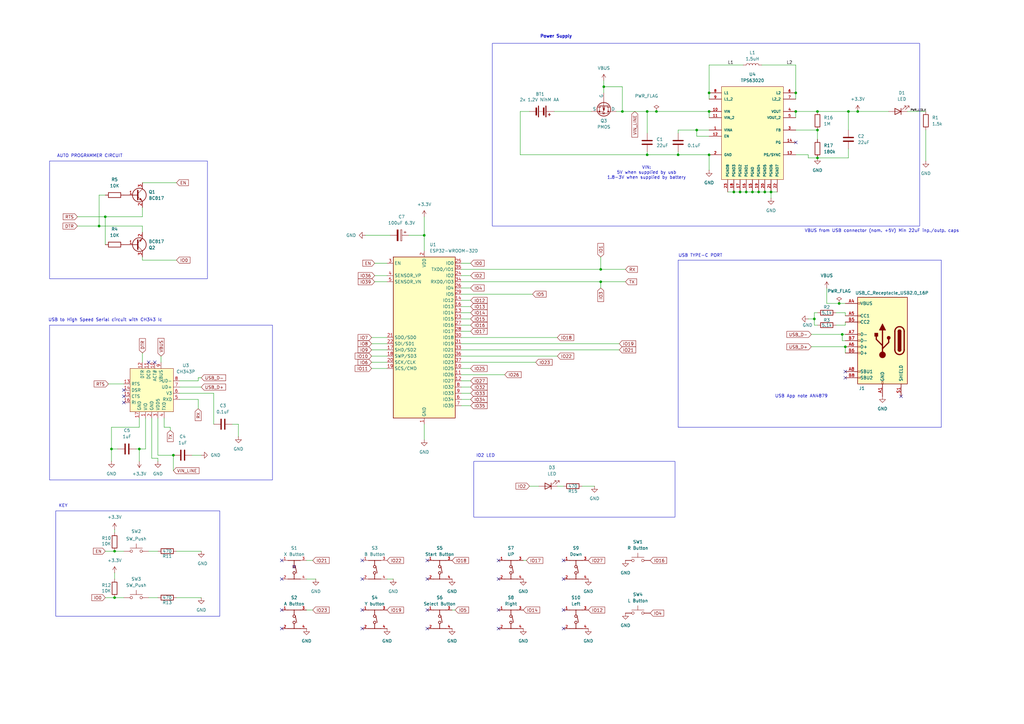
<source format=kicad_sch>
(kicad_sch (version 20231120) (generator "eeschema") (generator_version "8.0")
  (paper "A3")
  (lib_symbols
    (symbol "3.7*3.7mm vertical type, SMT, height 0.35mm:430173003816" (pin_names (offset 1.016))
      (property "Reference" "S" (at 0 5.842 0))
      (symbol "430173003816_0_0"
        (pin passive line (at -5.08 5.08 0) (length 2.54) (name "~") (number "1"))
        (pin passive line (at -5.08 -2.54 0) (length 2.54) (name "~") (number "2"))
        (pin passive line (at 5.08 5.08 180) (length 2.54) (name "~") (number "3"))
        (pin passive line (at 5.08 -2.54 180) (length 2.54) (name "~") (number "4"))
      )
    )
    (symbol "Connector:USB_C_Receptacle_USB2.0_16P" (pin_names (offset 1.016))
      (property "Reference" "J" (at 0 22.225 0))
      (property "Value" "USB_C_Receptacle_USB2.0_16P" (at 0 19.685 0))
      (symbol "USB_C_Receptacle_USB2.0_16P_1_1"
        (pin passive line (at 0 -22.86 90) (length 5.08) (name "GND") (number "A1"))
        (pin passive line (at 0 -22.86 90) (length 5.08) hide (name "GND") (number "A12"))
        (pin passive line (at 15.24 15.24 180) (length 5.08) (name "VBUS") (number "A4"))
        (pin bidirectional line (at 15.24 10.16 180) (length 5.08) (name "CC1") (number "A5"))
        (pin bidirectional line (at 15.24 -2.54 180) (length 5.08) (name "D+") (number "A6"))
        (pin bidirectional line (at 15.24 2.54 180) (length 5.08) (name "D-") (number "A7"))
        (pin bidirectional line (at 15.24 -12.7 180) (length 5.08) (name "SBU1") (number "A8"))
        (pin passive line (at 15.24 15.24 180) (length 5.08) hide (name "VBUS") (number "A9"))
        (pin passive line (at 0 -22.86 90) (length 5.08) hide (name "GND") (number "B1"))
        (pin passive line (at 0 -22.86 90) (length 5.08) hide (name "GND") (number "B12"))
        (pin passive line (at 15.24 15.24 180) (length 5.08) hide (name "VBUS") (number "B4"))
        (pin bidirectional line (at 15.24 7.62 180) (length 5.08) (name "CC2") (number "B5"))
        (pin bidirectional line (at 15.24 -5.08 180) (length 5.08) (name "D+") (number "B6"))
        (pin bidirectional line (at 15.24 0 180) (length 5.08) (name "D-") (number "B7"))
        (pin bidirectional line (at 15.24 -15.24 180) (length 5.08) (name "SBU2") (number "B8"))
        (pin passive line (at 15.24 15.24 180) (length 5.08) hide (name "VBUS") (number "B9"))
        (pin passive line (at -7.62 -22.86 90) (length 5.08) (name "SHIELD") (number "S1"))
      )
    )
    (symbol "Device:Battery" (pin_numbers hide) (pin_names (offset 0) hide)
      (property "Reference" "BT" (at 2.54 2.54 0))
      (property "Value" "Battery" (at 2.54 0 0))
      (symbol "Battery_1_1"
        (pin passive line (at 0 5.08 270) (length 2.54) (name "+") (number "1"))
        (pin passive line (at 0 -5.08 90) (length 2.54) (name "-") (number "2"))
      )
    )
    (symbol "Device:C" (pin_numbers hide) (pin_names (offset 0.254))
      (property "Reference" "C" (at 0.635 2.54 0))
      (property "Value" "C" (at 0.635 -2.54 0))
      (symbol "C_1_1"
        (pin passive line (at 0 3.81 270) (length 2.794) (name "~") (number "1"))
        (pin passive line (at 0 -3.81 90) (length 2.794) (name "~") (number "2"))
      )
    )
    (symbol "Device:C_Polarized" (pin_numbers hide) (pin_names (offset 0.254))
      (property "Reference" "C" (at 0.635 2.54 0))
      (property "Value" "C_Polarized" (at 0.635 -2.54 0))
      (symbol "C_Polarized_1_1"
        (pin passive line (at 0 3.81 270) (length 2.794) (name "~") (number "1"))
        (pin passive line (at 0 -3.81 90) (length 2.794) (name "~") (number "2"))
      )
    )
    (symbol "Device:L" (pin_numbers hide) (pin_names (offset 1.016) hide)
      (property "Reference" "L" (at -1.27 0 90))
      (property "Value" "L" (at 1.905 0 90))
      (symbol "L_1_1"
        (pin passive line (at 0 3.81 270) (length 1.27) (name "1") (number "1"))
        (pin passive line (at 0 -3.81 90) (length 1.27) (name "2") (number "2"))
      )
    )
    (symbol "Device:LED" (pin_numbers hide) (pin_names (offset 1.016) hide)
      (property "Reference" "D" (at 0 2.54 0))
      (property "Value" "LED" (at 0 -2.54 0))
      (symbol "LED_1_1"
        (pin passive line (at -3.81 0 0) (length 2.54) (name "K") (number "1"))
        (pin passive line (at 3.81 0 180) (length 2.54) (name "A") (number "2"))
      )
    )
    (symbol "Device:R" (pin_numbers hide) (pin_names (offset 0))
      (property "Reference" "R" (at 2.032 0 90))
      (property "Value" "R" (at 0 0 90))
      (symbol "R_1_1"
        (pin passive line (at 0 3.81 270) (length 1.27) (name "~") (number "1"))
        (pin passive line (at 0 -3.81 90) (length 1.27) (name "~") (number "2"))
      )
    )
    (symbol "RF_Module:ESP32-WROOM-32D"
      (property "Reference" "U" (at -12.7 34.29 0))
      (property "Value" "ESP32-WROOM-32D" (at 1.27 34.29 0))
      (symbol "ESP32-WROOM-32D_1_1"
        (pin power_in line (at 0 -35.56 90) (length 2.54) (name "GND") (number "1"))
        (pin bidirectional line (at 15.24 -12.7 180) (length 2.54) (name "IO25") (number "10"))
        (pin bidirectional line (at 15.24 -15.24 180) (length 2.54) (name "IO26") (number "11"))
        (pin bidirectional line (at 15.24 -17.78 180) (length 2.54) (name "IO27") (number "12"))
        (pin bidirectional line (at 15.24 10.16 180) (length 2.54) (name "IO14") (number "13"))
        (pin bidirectional line (at 15.24 15.24 180) (length 2.54) (name "IO12") (number "14"))
        (pin passive line (at 0 -35.56 90) (length 2.54) hide (name "GND") (number "15"))
        (pin bidirectional line (at 15.24 12.7 180) (length 2.54) (name "IO13") (number "16"))
        (pin bidirectional line (at -15.24 -5.08 0) (length 2.54) (name "SHD/SD2") (number "17"))
        (pin bidirectional line (at -15.24 -7.62 0) (length 2.54) (name "SWP/SD3") (number "18"))
        (pin bidirectional line (at -15.24 -12.7 0) (length 2.54) (name "SCS/CMD") (number "19"))
        (pin power_in line (at 0 35.56 270) (length 2.54) (name "VDD") (number "2"))
        (pin bidirectional line (at -15.24 -10.16 0) (length 2.54) (name "SCK/CLK") (number "20"))
        (pin bidirectional line (at -15.24 0 0) (length 2.54) (name "SDO/SD0") (number "21"))
        (pin bidirectional line (at -15.24 -2.54 0) (length 2.54) (name "SDI/SD1") (number "22"))
        (pin bidirectional line (at 15.24 7.62 180) (length 2.54) (name "IO15") (number "23"))
        (pin bidirectional line (at 15.24 25.4 180) (length 2.54) (name "IO2") (number "24"))
        (pin bidirectional line (at 15.24 30.48 180) (length 2.54) (name "IO0") (number "25"))
        (pin bidirectional line (at 15.24 20.32 180) (length 2.54) (name "IO4") (number "26"))
        (pin bidirectional line (at 15.24 5.08 180) (length 2.54) (name "IO16") (number "27"))
        (pin bidirectional line (at 15.24 2.54 180) (length 2.54) (name "IO17") (number "28"))
        (pin bidirectional line (at 15.24 17.78 180) (length 2.54) (name "IO5") (number "29"))
        (pin input line (at -15.24 30.48 0) (length 2.54) (name "EN") (number "3"))
        (pin bidirectional line (at 15.24 0 180) (length 2.54) (name "IO18") (number "30"))
        (pin bidirectional line (at 15.24 -2.54 180) (length 2.54) (name "IO19") (number "31"))
        (pin no_connect line (at -12.7 -27.94 0) (length 2.54) hide (name "NC") (number "32"))
        (pin bidirectional line (at 15.24 -5.08 180) (length 2.54) (name "IO21") (number "33"))
        (pin bidirectional line (at 15.24 22.86 180) (length 2.54) (name "RXD0/IO3") (number "34"))
        (pin bidirectional line (at 15.24 27.94 180) (length 2.54) (name "TXD0/IO1") (number "35"))
        (pin bidirectional line (at 15.24 -7.62 180) (length 2.54) (name "IO22") (number "36"))
        (pin bidirectional line (at 15.24 -10.16 180) (length 2.54) (name "IO23") (number "37"))
        (pin passive line (at 0 -35.56 90) (length 2.54) hide (name "GND") (number "38"))
        (pin passive line (at 0 -35.56 90) (length 2.54) hide (name "GND") (number "39"))
        (pin input line (at -15.24 25.4 0) (length 2.54) (name "SENSOR_VP") (number "4"))
        (pin input line (at -15.24 22.86 0) (length 2.54) (name "SENSOR_VN") (number "5"))
        (pin input line (at 15.24 -25.4 180) (length 2.54) (name "IO34") (number "6"))
        (pin input line (at 15.24 -27.94 180) (length 2.54) (name "IO35") (number "7"))
        (pin bidirectional line (at 15.24 -20.32 180) (length 2.54) (name "IO32") (number "8"))
        (pin bidirectional line (at 15.24 -22.86 180) (length 2.54) (name "IO33") (number "9"))
      )
    )
    (symbol "Simulation_SPICE:PMOS" (pin_numbers hide) (pin_names (offset 0))
      (property "Reference" "Q3" (at 6.35 0 90))
      (property "Value" "PMOS" (at 8.89 0 90))
      (symbol "PMOS_1_1"
        (pin input line (at -5.08 0 0) (length 2.54) (name "G") (number "1"))
        (pin passive line (at 2.54 -5.08 90) (length 2.54) (name "S") (number "2"))
        (pin passive line (at 2.54 5.08 270) (length 2.54) (name "D") (number "3"))
      )
    )
    (symbol "Switch:SW_Push" (pin_numbers hide) (pin_names (offset 1.016) hide)
      (property "Reference" "SW" (at 1.27 2.54 0))
      (property "Value" "SW_Push" (at 0 -1.524 0))
      (symbol "SW_Push_0_1"
        (pin passive line (at -5.08 0 0) (length 2.54) (name "1") (number "1"))
        (pin passive line (at 5.08 0 180) (length 2.54) (name "2") (number "2"))
      )
    )
    (symbol "TPS63020:TPS63020" (pin_names (offset 1.016))
      (property "Reference" "U" (at -4.7272 4.1173 0))
      (property "Value" "TPS63020" (at -5.5991 -1.0435 0))
      (symbol "TPS63020_0_0"
        (pin bidirectional line (at -17.78 2.54 0) (length 5.08) (name "VINA") (number "1"))
        (pin bidirectional line (at -17.78 10.16 0) (length 5.08) (name "VIN") (number "10"))
        (pin bidirectional line (at -17.78 7.62 0) (length 5.08) (name "VIN_2") (number "11"))
        (pin bidirectional line (at -17.78 0 0) (length 5.08) (name "EN") (number "12"))
        (pin bidirectional line (at 17.78 -7.62 180) (length 5.08) (name "PS/SYNC") (number "13"))
        (pin bidirectional line (at 17.78 -2.54 180) (length 5.08) (name "PG") (number "14"))
        (pin bidirectional line (at 0 -22.86 90) (length 5.08) (name "PGND") (number "15"))
        (pin bidirectional line (at -2.54 -22.86 90) (length 5.08) (name "PGND1") (number "16"))
        (pin bidirectional line (at -5.08 -22.86 90) (length 5.08) (name "PGND2") (number "17"))
        (pin bidirectional line (at -7.62 -22.86 90) (length 5.08) (name "PGND3") (number "18"))
        (pin bidirectional line (at 2.54 -22.86 90) (length 5.08) (name "PGND4") (number "19"))
        (pin bidirectional line (at -17.78 -7.62 0) (length 5.08) (name "GND") (number "2"))
        (pin bidirectional line (at 5.08 -22.86 90) (length 5.08) (name "PGND5") (number "20"))
        (pin bidirectional line (at 7.62 -22.86 90) (length 5.08) (name "PGND6") (number "21"))
        (pin bidirectional line (at 10.16 -22.86 90) (length 5.08) (name "PGND7") (number "22"))
        (pin bidirectional line (at -10.16 -22.86 90) (length 5.08) (name "PGND8") (number "23"))
        (pin bidirectional line (at 17.78 2.54 180) (length 5.08) (name "FB") (number "3"))
        (pin bidirectional line (at 17.78 10.16 180) (length 5.08) (name "VOUT") (number "4"))
        (pin bidirectional line (at 17.78 7.62 180) (length 5.08) (name "VOUT_2") (number "5"))
        (pin bidirectional line (at 17.78 17.78 180) (length 5.08) (name "L2") (number "6"))
        (pin bidirectional line (at 17.78 15.24 180) (length 5.08) (name "L2_2") (number "7"))
        (pin bidirectional line (at -17.78 17.78 0) (length 5.08) (name "L1") (number "8"))
        (pin bidirectional line (at -17.78 15.24 0) (length 5.08) (name "L1_2") (number "9"))
      )
    )
    (symbol "Transistor_BJT:BC817" (pin_names (offset 0) hide)
      (property "Reference" "Q" (at 5.08 1.905 0))
      (property "Value" "BC817" (at 5.08 0 0))
      (symbol "BC817_1_1"
        (pin input line (at -5.08 0 0) (length 5.715) (name "B") (number "1"))
        (pin passive line (at 2.54 -5.08 90) (length 2.54) (name "E") (number "2"))
        (pin passive line (at 2.54 5.08 270) (length 2.54) (name "C") (number "3"))
      )
    )
    (symbol "power:+3.3V" (power) (pin_numbers hide) (pin_names (offset 0) hide)
      (property "Value" "+3.3V" (at 0 3.556 0))
      (symbol "+3.3V_1_1"
        (pin power_in line (at 0 0 90) (length 0) (name "~") (number "1"))
      )
    )
    (symbol "power:GND" (power) (pin_numbers hide) (pin_names (offset 0) hide)
      (property "Value" "GND" (at 0 -3.81 0))
      (symbol "GND_1_1"
        (pin power_in line (at 0 0 270) (length 0) (name "~") (number "1"))
      )
    )
    (symbol "power:PWR_FLAG" (power) (pin_numbers hide) (pin_names (offset 0) hide)
      (property "Value" "PWR_FLAG" (at 0 3.81 0))
      (symbol "PWR_FLAG_0_0"
        (pin power_out line (at 0 0 90) (length 0) (name "~") (number "1"))
      )
    )
    (symbol "power:VBUS" (power) (pin_numbers hide) (pin_names (offset 0) hide)
      (property "Value" "VBUS" (at 0 3.556 0))
      (symbol "VBUS_1_1"
        (pin power_in line (at 0 0 90) (length 0) (name "~") (number "1"))
      )
    )
    (symbol "power:VCC" (power) (pin_numbers hide) (pin_names (offset 0) hide)
      (property "Value" "VCC" (at 0 3.556 0))
      (symbol "VCC_1_1"
        (pin power_in line (at 0 0 90) (length 0) (name "~") (number "1"))
      )
    )
    (symbol "wch_mcu_peripheral:CH343P"
      (property "Reference" "U" (at 3.81 -19.05 0))
      (property "Value" "CH343P" (at -1.27 -19.05 0))
      (symbol "CH343P_1_1"
        (pin passive line (at -2.54 -11.43 90) (length 2.54) (name "VIO") (number "1"))
        (pin passive line (at 1.27 11.43 270) (length 2.54) (name "ACT#") (number "10"))
        (pin passive line (at -1.27 11.43 270) (length 2.54) (name "DCD") (number "11"))
        (pin passive line (at -3.81 11.43 270) (length 2.54) (name "DTR") (number "12"))
        (pin passive line (at -11.43 2.54 0) (length 2.54) (name "RTS") (number "13"))
        (pin passive line (at -11.43 0 0) (length 2.54) (name "DSR") (number "14"))
        (pin passive line (at -11.43 -2.54 0) (length 2.54) (name "CTS") (number "15"))
        (pin passive line (at -11.43 -5.08 0) (length 2.54) (name "RI") (number "16"))
        (pin power_in line (at -5.08 -11.43 90) (length 2.54) (name "GND") (number "17"))
        (pin power_in line (at 0 -11.43 90) (length 2.54) (name "GND") (number "2"))
        (pin power_in line (at 2.54 -11.43 90) (length 2.54) (name "VDD5") (number "3"))
        (pin output line (at 5.08 -11.43 90) (length 2.54) (name "TXD") (number "4"))
        (pin input line (at 11.43 -3.81 180) (length 2.54) (name "RXD") (number "5"))
        (pin passive line (at 11.43 -1.27 180) (length 2.54) (name "V3") (number "6"))
        (pin bidirectional line (at 11.43 1.27 180) (length 2.54) (name "UD+") (number "7"))
        (pin bidirectional line (at 11.43 3.81 180) (length 2.54) (name "UD-") (number "8"))
        (pin power_in line (at 3.81 11.43 270) (length 2.54) (name "VBUS") (number "9"))
      )
    )
  )
  (junction (at 246.38 110.49))
  (junction (at 351.79 45.72))
  (junction (at 278.13 63.5))
  (junction (at 265.43 45.72))
  (junction (at 71.12 186.69))
  (junction (at 303.53 78.74))
  (junction (at 269.24 45.72))
  (junction (at 345.44 137.16))
  (junction (at 57.15 184.15))
  (junction (at 335.28 64.77))
  (junction (at 326.39 45.72))
  (junction (at 46.99 226.06))
  (junction (at 265.43 63.5))
  (junction (at 43.18 88.9))
  (junction (at 45.72 184.15))
  (junction (at 306.07 78.74))
  (junction (at 335.28 45.72))
  (junction (at 308.61 78.74))
  (junction (at 285.75 53.34))
  (junction (at 347.98 45.72))
  (junction (at 290.83 63.5))
  (junction (at 173.99 96.52))
  (junction (at 346.71 142.24))
  (junction (at 246.38 115.57))
  (junction (at 313.69 78.74))
  (junction (at 334.01 130.81))
  (junction (at 46.99 245.11))
  (junction (at 326.39 38.1))
  (junction (at 311.15 78.74))
  (junction (at 316.23 78.74))
  (junction (at 300.99 78.74))
  (junction (at 335.28 53.34))
  (junction (at 290.83 38.1))
  (junction (at 247.65 35.56))
  (junction (at 290.83 45.72))
  (junction (at 40.64 92.71))
  (junction (at 344.17 124.46))
  (junction (at 255.27 45.72))
  (no_connect (at 50.8 165.1))
  (no_connect (at 148.59 237.49))
  (no_connect (at 60.96 148.59))
  (no_connect (at 175.26 250.19))
  (no_connect (at 231.14 237.49))
  (no_connect (at 204.47 237.49))
  (no_connect (at 120.65 232.41))
  (no_connect (at 204.47 229.87))
  (no_connect (at 346.71 152.4))
  (no_connect (at 231.14 257.81))
  (no_connect (at 231.14 229.87))
  (no_connect (at 50.8 162.56))
  (no_connect (at 148.59 229.87))
  (no_connect (at 175.26 229.87))
  (no_connect (at 231.14 250.19))
  (no_connect (at 346.71 154.94))
  (no_connect (at 204.47 250.19))
  (no_connect (at 148.59 257.81))
  (no_connect (at 148.59 250.19))
  (no_connect (at 50.8 160.02))
  (no_connect (at 115.57 237.49))
  (no_connect (at 326.39 58.42))
  (no_connect (at 175.26 257.81))
  (no_connect (at 369.57 162.56))
  (no_connect (at 115.57 229.87))
  (no_connect (at 204.47 257.81))
  (no_connect (at 115.57 250.19))
  (no_connect (at 175.26 237.49))
  (no_connect (at 63.5 148.59))
  (no_connect (at 115.57 257.81))
  (wire (pts (xy 255.27 45.72) (xy 265.43 45.72)))
  (wire (pts (xy 326.39 26.67) (xy 326.39 38.1)))
  (wire (pts (xy 326.39 45.72) (xy 335.28 45.72)))
  (wire (pts (xy 213.36 63.5) (xy 265.43 63.5)))
  (wire (pts (xy 57.15 175.26) (xy 57.15 171.45)))
  (wire (pts (xy 335.28 53.34) (xy 335.28 57.15)))
  (wire (pts (xy 298.45 78.74) (xy 300.99 78.74)))
  (wire (pts (xy 31.75 92.71) (xy 40.64 92.71)))
  (wire (pts (xy 342.9 133.35) (xy 346.71 133.35)))
  (wire (pts (xy 152.4 138.43) (xy 158.75 138.43)))
  (wire (pts (xy 58.42 74.93) (xy 72.39 74.93)))
  (wire (pts (xy 45.72 184.15) (xy 48.26 184.15)))
  (wire (pts (xy 331.47 130.81) (xy 334.01 130.81)))
  (wire (pts (xy 173.99 173.99) (xy 173.99 180.34)))
  (wire (pts (xy 189.23 158.75) (xy 193.04 158.75)))
  (wire (pts (xy 81.28 154.94) (xy 82.55 154.94)))
  (wire (pts (xy 334.01 128.27) (xy 335.28 128.27)))
  (wire (pts (xy 189.23 140.97) (xy 254 140.97)))
  (wire (pts (xy 71.12 186.69) (xy 64.77 186.69)))
  (wire (pts (xy 335.28 45.72) (xy 347.98 45.72)))
  (wire (pts (xy 189.23 113.03) (xy 193.04 113.03)))
  (wire (pts (xy 189.23 151.13) (xy 193.04 151.13)))
  (wire (pts (xy 247.65 35.56) (xy 255.27 35.56)))
  (wire (pts (xy 55.88 184.15) (xy 57.15 184.15)))
  (wire (pts (xy 58.42 95.25) (xy 58.42 92.71)))
  (wire (pts (xy 278.13 62.23) (xy 278.13 63.5)))
  (wire (pts (xy 95.25 173.99) (xy 97.79 173.99)))
  (wire (pts (xy 129.54 237.49) (xy 125.73 237.49)))
  (wire (pts (xy 189.23 163.83) (xy 193.04 163.83)))
  (wire (pts (xy 152.4 151.13) (xy 158.75 151.13)))
  (wire (pts (xy 189.23 125.73) (xy 193.04 125.73)))
  (wire (pts (xy 311.15 78.74) (xy 313.69 78.74)))
  (wire (pts (xy 45.72 184.15) (xy 45.72 189.23)))
  (wire (pts (xy 64.77 187.96) (xy 62.23 187.96)))
  (wire (pts (xy 46.99 245.11) (xy 50.8 245.11)))
  (wire (pts (xy 246.38 115.57) (xy 256.54 115.57)))
  (wire (pts (xy 326.39 38.1) (xy 326.39 40.64)))
  (wire (pts (xy 173.99 96.52) (xy 173.99 102.87)))
  (wire (pts (xy 303.53 78.74) (xy 306.07 78.74)))
  (wire (pts (xy 45.72 175.26) (xy 45.72 184.15)))
  (wire (pts (xy 290.83 63.5) (xy 290.83 69.85)))
  (wire (pts (xy 43.18 226.06) (xy 46.99 226.06)))
  (wire (pts (xy 306.07 78.74) (xy 308.61 78.74)))
  (wire (pts (xy 252.73 45.72) (xy 255.27 45.72)))
  (wire (pts (xy 331.47 64.77) (xy 335.28 64.77)))
  (wire (pts (xy 43.18 245.11) (xy 46.99 245.11)))
  (wire (pts (xy 189.23 143.51) (xy 254 143.51)))
  (wire (pts (xy 81.28 156.21) (xy 73.66 156.21)))
  (wire (pts (xy 58.42 144.78) (xy 58.42 148.59)))
  (wire (pts (xy 326.39 63.5) (xy 331.47 63.5)))
  (wire (pts (xy 316.23 78.74) (xy 318.77 78.74)))
  (wire (pts (xy 339.09 118.11) (xy 339.09 124.46)))
  (wire (pts (xy 290.83 38.1) (xy 290.83 40.64)))
  (wire (pts (xy 213.36 45.72) (xy 217.17 45.72)))
  (wire (pts (xy 167.64 96.52) (xy 173.99 96.52)))
  (wire (pts (xy 45.72 175.26) (xy 57.15 175.26)))
  (wire (pts (xy 313.69 78.74) (xy 316.23 78.74)))
  (wire (pts (xy 189.23 161.29) (xy 193.04 161.29)))
  (wire (pts (xy 153.67 107.95) (xy 158.75 107.95)))
  (wire (pts (xy 189.23 166.37) (xy 193.04 166.37)))
  (wire (pts (xy 346.71 128.27) (xy 346.71 129.54)))
  (wire (pts (xy 246.38 105.41) (xy 246.38 110.49)))
  (wire (pts (xy 189.23 110.49) (xy 246.38 110.49)))
  (wire (pts (xy 334.01 128.27) (xy 334.01 130.81)))
  (wire (pts (xy 344.17 124.46) (xy 346.71 124.46)))
  (wire (pts (xy 189.23 123.19) (xy 193.04 123.19)))
  (wire (pts (xy 342.9 128.27) (xy 346.71 128.27)))
  (wire (pts (xy 64.77 245.11) (xy 60.96 245.11)))
  (wire (pts (xy 186.69 250.19) (xy 185.42 250.19)))
  (wire (pts (xy 57.15 184.15) (xy 59.69 184.15)))
  (wire (pts (xy 189.23 138.43) (xy 228.6 138.43)))
  (wire (pts (xy 339.09 124.46) (xy 344.17 124.46)))
  (wire (pts (xy 72.39 226.06) (xy 82.55 226.06)))
  (wire (pts (xy 58.42 105.41) (xy 58.42 106.68)))
  (wire (pts (xy 347.98 53.34) (xy 347.98 45.72)))
  (wire (pts (xy 189.23 115.57) (xy 246.38 115.57)))
  (wire (pts (xy 59.69 171.45) (xy 59.69 184.15)))
  (wire (pts (xy 149.86 96.52) (xy 160.02 96.52)))
  (wire (pts (xy 290.83 45.72) (xy 290.83 48.26)))
  (wire (pts (xy 285.75 53.34) (xy 278.13 53.34)))
  (wire (pts (xy 87.63 161.29) (xy 87.63 173.99)))
  (wire (pts (xy 308.61 78.74) (xy 311.15 78.74)))
  (wire (pts (xy 69.85 175.26) (xy 67.31 175.26)))
  (wire (pts (xy 285.75 55.88) (xy 290.83 55.88)))
  (wire (pts (xy 81.28 154.94) (xy 81.28 156.21)))
  (wire (pts (xy 285.75 53.34) (xy 285.75 55.88)))
  (wire (pts (xy 351.79 45.72) (xy 364.49 45.72)))
  (wire (pts (xy 69.85 175.26) (xy 69.85 176.53)))
  (wire (pts (xy 189.23 133.35) (xy 193.04 133.35)))
  (wire (pts (xy 316.23 78.74) (xy 316.23 81.28)))
  (wire (pts (xy 345.44 137.16) (xy 346.71 137.16)))
  (wire (pts (xy 300.99 78.74) (xy 303.53 78.74)))
  (wire (pts (xy 269.24 45.72) (xy 290.83 45.72)))
  (wire (pts (xy 64.77 226.06) (xy 60.96 226.06)))
  (wire (pts (xy 72.39 245.11) (xy 82.55 245.11)))
  (wire (pts (xy 57.15 184.15) (xy 57.15 189.23)))
  (wire (pts (xy 173.99 88.9) (xy 173.99 96.52)))
  (wire (pts (xy 46.99 234.95) (xy 46.99 237.49)))
  (wire (pts (xy 158.75 237.49) (xy 161.29 237.49)))
  (wire (pts (xy 189.23 118.11) (xy 193.04 118.11)))
  (wire (pts (xy 66.04 146.05) (xy 66.04 148.59)))
  (wire (pts (xy 265.43 45.72) (xy 269.24 45.72)))
  (wire (pts (xy 332.74 142.24) (xy 346.71 142.24)))
  (wire (pts (xy 326.39 45.72) (xy 326.39 48.26)))
  (wire (pts (xy 64.77 171.45) (xy 64.77 186.69)))
  (wire (pts (xy 31.75 88.9) (xy 43.18 88.9)))
  (wire (pts (xy 43.18 80.01) (xy 40.64 80.01)))
  (wire (pts (xy 215.9 229.87) (xy 214.63 229.87)))
  (wire (pts (xy 347.98 45.72) (xy 351.79 45.72)))
  (wire (pts (xy 67.31 175.26) (xy 67.31 171.45)))
  (wire (pts (xy 346.71 133.35) (xy 346.71 132.08)))
  (wire (pts (xy 152.4 148.59) (xy 158.75 148.59)))
  (wire (pts (xy 278.13 53.34) (xy 278.13 54.61)))
  (wire (pts (xy 153.67 113.03) (xy 158.75 113.03)))
  (wire (pts (xy 347.98 64.77) (xy 335.28 64.77)))
  (wire (pts (xy 231.14 199.39) (xy 228.6 199.39)))
  (wire (pts (xy 247.65 33.02) (xy 247.65 35.56)))
  (wire (pts (xy 346.71 139.7) (xy 345.44 139.7)))
  (wire (pts (xy 152.4 143.51) (xy 158.75 143.51)))
  (wire (pts (xy 331.47 63.5) (xy 331.47 64.77)))
  (wire (pts (xy 189.23 128.27) (xy 193.04 128.27)))
  (wire (pts (xy 189.23 135.89) (xy 193.04 135.89)))
  (wire (pts (xy 152.4 146.05) (xy 158.75 146.05)))
  (wire (pts (xy 189.23 130.81) (xy 193.04 130.81)))
  (wire (pts (xy 243.84 199.39) (xy 238.76 199.39)))
  (wire (pts (xy 43.18 88.9) (xy 43.18 100.33)))
  (wire (pts (xy 40.64 80.01) (xy 40.64 92.71)))
  (wire (pts (xy 64.77 187.96) (xy 64.77 189.23)))
  (wire (pts (xy 265.43 62.23) (xy 265.43 63.5)))
  (wire (pts (xy 189.23 153.67) (xy 207.01 153.67)))
  (wire (pts (xy 379.73 53.34) (xy 379.73 66.04)))
  (wire (pts (xy 290.83 26.67) (xy 304.8 26.67)))
  (wire (pts (xy 345.44 137.16) (xy 345.44 139.7)))
  (wire (pts (xy 189.23 148.59) (xy 219.71 148.59)))
  (wire (pts (xy 152.4 140.97) (xy 158.75 140.97)))
  (wire (pts (xy 46.99 217.17) (xy 46.99 218.44)))
  (wire (pts (xy 40.64 92.71) (xy 58.42 92.71)))
  (wire (pts (xy 153.67 115.57) (xy 158.75 115.57)))
  (wire (pts (xy 290.83 38.1) (xy 290.83 26.67)))
  (wire (pts (xy 290.83 53.34) (xy 285.75 53.34)))
  (wire (pts (xy 46.99 226.06) (xy 50.8 226.06)))
  (wire (pts (xy 58.42 85.09) (xy 58.42 88.9)))
  (wire (pts (xy 227.33 45.72) (xy 242.57 45.72)))
  (wire (pts (xy 189.23 107.95) (xy 193.04 107.95)))
  (wire (pts (xy 189.23 120.65) (xy 218.44 120.65)))
  (wire (pts (xy 97.79 173.99) (xy 97.79 179.07)))
  (wire (pts (xy 71.12 186.69) (xy 71.12 193.04)))
  (wire (pts (xy 189.23 146.05) (xy 228.6 146.05)))
  (wire (pts (xy 312.42 26.67) (xy 326.39 26.67)))
  (wire (pts (xy 347.98 60.96) (xy 347.98 64.77)))
  (wire (pts (xy 265.43 63.5) (xy 278.13 63.5)))
  (wire (pts (xy 334.01 130.81) (xy 334.01 133.35)))
  (wire (pts (xy 255.27 35.56) (xy 255.27 45.72)))
  (wire (pts (xy 246.38 110.49) (xy 256.54 110.49)))
  (wire (pts (xy 58.42 106.68) (xy 72.39 106.68)))
  (wire (pts (xy 246.38 115.57) (xy 246.38 118.11)))
  (wire (pts (xy 247.65 35.56) (xy 247.65 38.1)))
  (wire (pts (xy 213.36 45.72) (xy 213.36 63.5)))
  (wire (pts (xy 346.71 142.24) (xy 346.71 144.78)))
  (wire (pts (xy 73.66 161.29) (xy 87.63 161.29)))
  (wire (pts (xy 43.18 88.9) (xy 58.42 88.9)))
  (wire (pts (xy 81.28 163.83) (xy 81.28 167.64)))
  (wire (pts (xy 326.39 53.34) (xy 335.28 53.34)))
  (wire (pts (xy 125.73 229.87) (xy 128.27 229.87)))
  (wire (pts (xy 78.74 186.69) (xy 82.55 186.69)))
  (wire (pts (xy 332.74 137.16) (xy 345.44 137.16)))
  (wire (pts (xy 334.01 133.35) (xy 335.28 133.35)))
  (wire (pts (xy 189.23 156.21) (xy 193.04 156.21)))
  (wire (pts (xy 125.73 250.19) (xy 128.27 250.19)))
  (wire (pts (xy 372.11 45.72) (xy 379.73 45.72)))
  (wire (pts (xy 81.28 163.83) (xy 73.66 163.83)))
  (wire (pts (xy 217.17 199.39) (xy 220.98 199.39)))
  (wire (pts (xy 265.43 54.61) (xy 265.43 45.72)))
  (wire (pts (xy 62.23 187.96) (xy 62.23 171.45)))
  (wire (pts (xy 73.66 158.75) (xy 82.55 158.75)))
  (wire (pts (xy 44.45 157.48) (xy 50.8 157.48)))
  (wire (pts (xy 278.13 63.5) (xy 290.83 63.5)))
  (rectangle (start 20.32 133.35) (end 111.76 196.85))
  (rectangle (start 201.93 17.78) (end 377.19 92.71))
  (rectangle (start 278.13 106.68) (end 386.08 175.26))
  (rectangle (start 194.31 189.23) (end 276.86 212.09))
  (rectangle (start 20.32 66.04) (end 85.09 114.3))
  (rectangle (start 22.86 209.55) (end 90.17 252.73))
  (text "KEY\n" (at 25.908 207.518 0) (effects (font (size 1.27 1.27))))
  (text "IO2 LED\n" (at 199.136 186.944 0) (effects (font (size 1.27 1.27))))
  (text "USB to High Speed Serial circuit with CH343 Ic\n" (at 43.18 131.318 0) (effects (font (size 1.27 1.27))))
  (text "AUTO PROGRAMMER CIRCUIT\n" (at 36.83 64.008 0) (effects (font (size 1.27 1.27))))
  (text "VIN:\n5V when supplied by usb\n1.8-3V when supplied by battery" (at 265.176 70.866 0) (effects (font (size 1.27 1.27))))
  (text "VBUS from USB connector (nom. +5V) Min 22uF inp./outp. caps" (at 361.696 94.742 0) (effects (font (size 1.27 1.27))))
  (text "USB App note AN4879" (at 328.676 162.56 0) (effects (font (size 1.27 1.27))))
  (text "Power Supply\n" (at 228.092 14.986 0) (effects (font (size 1.27 1.27) (thickness 0.254) (bold yes))))
  (text "USB TYPE-C PORT\n" (at 287.274 104.902 0) (effects (font (size 1.27 1.27))))
  (label "L1" (at 298.45 26.67 0))
  (label "PWR_LED_K" (at 373.38 45.72 0) (effects (font (size 0.762 0.762))))
  (label "L2" (at 322.58 26.67 0))
  (global_label "RX" (shape input) (at 256.54 110.49 0) (property "Intersheetrefs" "${INTERSHEET_REFS}" (effects (hide yes))))
  (global_label "IO27" (shape input) (at 193.04 156.21 0) (property "Intersheetrefs" "${INTERSHEET_REFS}" (effects (hide yes))))
  (global_label "IO5" (shape input) (at 218.44 120.65 0) (property "Intersheetrefs" "${INTERSHEET_REFS}" (effects (hide yes))))
  (global_label "EN" (shape input) (at 72.39 74.93 0) (property "Intersheetrefs" "${INTERSHEET_REFS}" (effects (hide yes))))
  (global_label "IO0" (shape input) (at 72.39 106.68 0) (property "Intersheetrefs" "${INTERSHEET_REFS}" (effects (hide yes))))
  (global_label "RX" (shape input) (at 81.28 167.64 270) (property "Intersheetrefs" "${INTERSHEET_REFS}" (effects (hide yes))))
  (global_label "EN" (shape input) (at 43.18 226.06 180) (property "Intersheetrefs" "${INTERSHEET_REFS}" (effects (hide yes))))
  (global_label "RTS" (shape input) (at 31.75 88.9 180) (property "Intersheetrefs" "${INTERSHEET_REFS}" (effects (hide yes))))
  (global_label "IO7" (shape input) (at 152.4 138.43 180) (property "Intersheetrefs" "${INTERSHEET_REFS}" (effects (hide yes))))
  (global_label "IO18" (shape input) (at 228.6 138.43 0) (property "Intersheetrefs" "${INTERSHEET_REFS}" (effects (hide yes))))
  (global_label "IO19" (shape input) (at 158.75 250.19 0) (property "Intersheetrefs" "${INTERSHEET_REFS}" (effects (hide yes))))
  (global_label "VIN_LINE" (shape input) (at 71.12 193.04 0) (property "Intersheetrefs" "${INTERSHEET_REFS}" (effects (hide yes))))
  (global_label "IO17" (shape input) (at 215.9 229.87 0) (property "Intersheetrefs" "${INTERSHEET_REFS}" (effects (hide yes))))
  (global_label "DTR" (shape input) (at 58.42 144.78 90) (property "Intersheetrefs" "${INTERSHEET_REFS}" (effects (hide yes))))
  (global_label "IO26" (shape input) (at 207.01 153.67 0) (property "Intersheetrefs" "${INTERSHEET_REFS}" (effects (hide yes))))
  (global_label "IO23" (shape input) (at 128.27 250.19 0) (property "Intersheetrefs" "${INTERSHEET_REFS}" (effects (hide yes))))
  (global_label "VIN_LINE" (shape input) (at 260.35 45.72 270) (property "Intersheetrefs" "${INTERSHEET_REFS}" (effects (hide yes))))
  (global_label "VBUS" (shape input) (at 66.04 146.05 90) (property "Intersheetrefs" "${INTERSHEET_REFS}" (effects (hide yes))))
  (global_label "IO33" (shape input) (at 193.04 161.29 0) (property "Intersheetrefs" "${INTERSHEET_REFS}" (effects (hide yes))))
  (global_label "TX" (shape input) (at 256.54 115.57 0) (property "Intersheetrefs" "${INTERSHEET_REFS}" (effects (hide yes))))
  (global_label "IO21" (shape input) (at 128.27 229.87 0) (property "Intersheetrefs" "${INTERSHEET_REFS}" (effects (hide yes))))
  (global_label "IO0" (shape input) (at 43.18 245.11 180) (property "Intersheetrefs" "${INTERSHEET_REFS}" (effects (hide yes))))
  (global_label "IO8" (shape input) (at 152.4 140.97 180) (property "Intersheetrefs" "${INTERSHEET_REFS}" (effects (hide yes))))
  (global_label "IO2" (shape input) (at 217.17 199.39 180) (property "Intersheetrefs" "${INTERSHEET_REFS}" (effects (hide yes))))
  (global_label "EN" (shape input) (at 153.67 107.95 180) (property "Intersheetrefs" "${INTERSHEET_REFS}" (effects (hide yes))))
  (global_label "IO27" (shape input) (at 241.3 229.87 0) (property "Intersheetrefs" "${INTERSHEET_REFS}" (effects (hide yes))))
  (global_label "IO11" (shape input) (at 152.4 151.13 180) (property "Intersheetrefs" "${INTERSHEET_REFS}" (effects (hide yes))))
  (global_label "IO25" (shape input) (at 193.04 151.13 0) (property "Intersheetrefs" "${INTERSHEET_REFS}" (effects (hide yes))))
  (global_label "TX" (shape input) (at 69.85 176.53 270) (property "Intersheetrefs" "${INTERSHEET_REFS}" (effects (hide yes))))
  (global_label "IO9" (shape input) (at 152.4 143.51 180) (property "Intersheetrefs" "${INTERSHEET_REFS}" (effects (hide yes))))
  (global_label "IO1" (shape input) (at 246.38 105.41 90) (property "Intersheetrefs" "${INTERSHEET_REFS}" (effects (hide yes))))
  (global_label "IO36" (shape input) (at 153.67 113.03 180) (property "Intersheetrefs" "${INTERSHEET_REFS}" (effects (hide yes))))
  (global_label "IO35" (shape input) (at 193.04 166.37 0) (property "Intersheetrefs" "${INTERSHEET_REFS}" (effects (hide yes))))
  (global_label "IO22" (shape input) (at 158.75 229.87 0) (property "Intersheetrefs" "${INTERSHEET_REFS}" (effects (hide yes))))
  (global_label "IO34" (shape input) (at 193.04 163.83 0) (property "Intersheetrefs" "${INTERSHEET_REFS}" (effects (hide yes))))
  (global_label "IO4" (shape input) (at 193.04 118.11 0) (property "Intersheetrefs" "${INTERSHEET_REFS}" (effects (hide yes))))
  (global_label "IO32" (shape input) (at 193.04 158.75 0) (property "Intersheetrefs" "${INTERSHEET_REFS}" (effects (hide yes))))
  (global_label "DTR" (shape input) (at 31.75 92.71 180) (property "Intersheetrefs" "${INTERSHEET_REFS}" (effects (hide yes))))
  (global_label "IO13" (shape input) (at 193.04 125.73 0) (property "Intersheetrefs" "${INTERSHEET_REFS}" (effects (hide yes))))
  (global_label "IO18" (shape input) (at 185.42 229.87 0) (property "Intersheetrefs" "${INTERSHEET_REFS}" (effects (hide yes))))
  (global_label "IO19" (shape input) (at 254 140.97 0) (property "Intersheetrefs" "${INTERSHEET_REFS}" (effects (hide yes))))
  (global_label "USB_D-" (shape input) (at 332.74 137.16 180) (property "Intersheetrefs" "${INTERSHEET_REFS}" (effects (hide yes))))
  (global_label "IO3" (shape input) (at 246.38 118.11 270) (property "Intersheetrefs" "${INTERSHEET_REFS}" (effects (hide yes))))
  (global_label "IO0" (shape input) (at 193.04 107.95 0) (property "Intersheetrefs" "${INTERSHEET_REFS}" (effects (hide yes))))
  (global_label "USB_D+" (shape input) (at 332.74 142.24 180) (property "Intersheetrefs" "${INTERSHEET_REFS}" (effects (hide yes))))
  (global_label "IO14" (shape input) (at 214.63 250.19 0) (property "Intersheetrefs" "${INTERSHEET_REFS}" (effects (hide yes))))
  (global_label "IO21" (shape input) (at 254 143.51 0) (property "Intersheetrefs" "${INTERSHEET_REFS}" (effects (hide yes))))
  (global_label "RTS" (shape input) (at 44.45 157.48 180) (property "Intersheetrefs" "${INTERSHEET_REFS}" (effects (hide yes))))
  (global_label "IO22" (shape input) (at 228.6 146.05 0) (property "Intersheetrefs" "${INTERSHEET_REFS}" (effects (hide yes))))
  (global_label "USB_D-" (shape input) (at 82.55 154.94 0) (property "Intersheetrefs" "${INTERSHEET_REFS}" (effects (hide yes))))
  (global_label "IO4" (shape input) (at 266.7 251.46 0) (property "Intersheetrefs" "${INTERSHEET_REFS}" (effects (hide yes))))
  (global_label "IO12" (shape input) (at 241.3 250.19 0) (property "Intersheetrefs" "${INTERSHEET_REFS}" (effects (hide yes))))
  (global_label "IO2" (shape input) (at 193.04 113.03 0) (property "Intersheetrefs" "${INTERSHEET_REFS}" (effects (hide yes))))
  (global_label "IO16" (shape input) (at 266.7 229.87 0) (property "Intersheetrefs" "${INTERSHEET_REFS}" (effects (hide yes))))
  (global_label "IO16" (shape input) (at 193.04 133.35 0) (property "Intersheetrefs" "${INTERSHEET_REFS}" (effects (hide yes))))
  (global_label "IO15" (shape input) (at 193.04 130.81 0) (property "Intersheetrefs" "${INTERSHEET_REFS}" (effects (hide yes))))
  (global_label "IO23" (shape input) (at 219.71 148.59 0) (property "Intersheetrefs" "${INTERSHEET_REFS}" (effects (hide yes))))
  (global_label "IO14" (shape input) (at 193.04 128.27 0) (property "Intersheetrefs" "${INTERSHEET_REFS}" (effects (hide yes))))
  (global_label "IO17" (shape input) (at 193.04 135.89 0) (property "Intersheetrefs" "${INTERSHEET_REFS}" (effects (hide yes))))
  (global_label "IO6" (shape input) (at 152.4 148.59 180) (property "Intersheetrefs" "${INTERSHEET_REFS}" (effects (hide yes))))
  (global_label "IO39" (shape input) (at 153.67 115.57 180) (property "Intersheetrefs" "${INTERSHEET_REFS}" (effects (hide yes))))
  (global_label "IO5" (shape input) (at 186.69 250.19 0) (property "Intersheetrefs" "${INTERSHEET_REFS}" (effects (hide yes))))
  (global_label "IO12" (shape input) (at 193.04 123.19 0) (property "Intersheetrefs" "${INTERSHEET_REFS}" (effects (hide yes))))
  (global_label "USB_D+" (shape input) (at 82.55 158.75 0) (property "Intersheetrefs" "${INTERSHEET_REFS}" (effects (hide yes))))
  (global_label "IO10" (shape input) (at 152.4 146.05 180) (property "Intersheetrefs" "${INTERSHEET_REFS}" (effects (hide yes))))
  (symbol (lib_id "Device:R") (at 46.99 100.33 90) (unit 1)
    (property "Reference" "R4" (at 46.99 93.98 90))
    (property "Value" "10K" (at 46.99 96.52 90))
    (property "Footprint" "Resistor_SMD:R_0402_1005Metric" (effects (hide yes)))
    (property "Description" "Resistor" (effects (hide yes)))
  )
  (symbol (lib_id "power:GND") (at 129.54 237.49 0) (unit 1)
    (property "Reference" "#PWR01" (effects (hide yes)))
    (property "Value" "GND" (at 129.54 242.57 0))
    (property "Description" "Power symbol creates a global label with name \"GND\" , ground" (effects (hide yes)))
  )
  (symbol (lib_id "3.7*3.7mm vertical type, SMT, height 0.35mm:430173003816") (at 236.22 255.27 0) (unit 1)
    (property "Reference" "S10" (at 236.22 245.11 0))
    (property "Value" "Left" (at 236.22 247.65 0))
    (property "Footprint" "footprints:430173003816" (effects (hide yes)))
    (property "MF" "Wurth Elektronik" (effects (hide yes)))
    (property "Description_1" "3.7*3.7mm vertical type, SMT, height 0.35mm, no actuator, 160gf, T&R" (effects (hide yes)))
    (property "Package" "None" (effects (hide yes)))
    (property "Price" "None" (effects (hide yes)))
    (property "VALUE" "430173003816" (effects (hide yes)))
    (property "HEIGHT" "0.35mm" (effects (hide yes)))
    (property "SnapEDA_Link" "https://www.snapeda.com/parts/430173003816/Wurth+Elektronik/view-part/?ref=snap" (effects (hide yes)))
    (property "DATASHEET-URL" "https://www.we-online.com/redexpert/spec/430173003816?ae" (effects (hide yes)))
    (property "MP" "430173003816" (effects (hide yes)))
    (property "PART-NUMBER" "430173003816" (effects (hide yes)))
    (property "OPERATION-FORCE" "160g" (effects (hide yes)))
    (property "QTY" "10000" (effects (hide yes)))
    (property "Availability" "In Stock" (effects (hide yes)))
    (property "Check_prices" "https://www.snapeda.com/parts/430173003816/Wurth+Elektronik/view-part/?ref=eda" (effects (hide yes)))
  )
  (symbol (lib_id "3.7*3.7mm vertical type, SMT, height 0.35mm:430173003816") (at 236.22 234.95 0) (unit 1)
    (property "Reference" "S9" (at 236.22 224.79 0))
    (property "Value" "Down" (at 236.22 227.33 0))
    (property "Footprint" "footprints:430173003816" (effects (hide yes)))
    (property "MF" "Wurth Elektronik" (effects (hide yes)))
    (property "Description_1" "3.7*3.7mm vertical type, SMT, height 0.35mm, no actuator, 160gf, T&R" (effects (hide yes)))
    (property "Package" "None" (effects (hide yes)))
    (property "Price" "None" (effects (hide yes)))
    (property "VALUE" "430173003816" (effects (hide yes)))
    (property "HEIGHT" "0.35mm" (effects (hide yes)))
    (property "SnapEDA_Link" "https://www.snapeda.com/parts/430173003816/Wurth+Elektronik/view-part/?ref=snap" (effects (hide yes)))
    (property "DATASHEET-URL" "https://www.we-online.com/redexpert/spec/430173003816?ae" (effects (hide yes)))
    (property "MP" "430173003816" (effects (hide yes)))
    (property "PART-NUMBER" "430173003816" (effects (hide yes)))
    (property "OPERATION-FORCE" "160g" (effects (hide yes)))
    (property "QTY" "10000" (effects (hide yes)))
    (property "Availability" "In Stock" (effects (hide yes)))
    (property "Check_prices" "https://www.snapeda.com/parts/430173003816/Wurth+Elektronik/view-part/?ref=eda" (effects (hide yes)))
  )
  (symbol (lib_id "power:VBUS") (at 247.65 33.02 0) (unit 1)
    (property "Reference" "#PWR034" (effects (hide yes)))
    (property "Value" "VBUS" (at 247.65 27.94 0))
    (property "Description" "Power symbol creates a global label with name \"VBUS\"" (effects (hide yes)))
  )
  (symbol (lib_id "power:GND") (at 331.47 130.81 270) (unit 1)
    (property "Reference" "#PWR04" (effects (hide yes)))
    (property "Value" "GND" (at 333.248 133.35 90) (effects (justify right)))
    (property "Description" "Power symbol creates a global label with name \"GND\" , ground" (effects (hide yes)))
  )
  (symbol (lib_id "Transistor_BJT:BC817") (at 55.88 100.33 0) (mirror x) (unit 1)
    (property "Reference" "Q2" (at 60.96 101.6001 0) (effects (justify left)))
    (property "Value" "BC817" (at 60.96 99.0601 0) (effects (justify left)))
    (property "Footprint" "Package_TO_SOT_SMD:SOT-23" (effects (hide yes)))
    (property "Datasheet" "https://www.onsemi.com/pub/Collateral/BC818-D.pdf" (effects (hide yes)))
    (property "Description" "0.8A Ic, 45V Vce, NPN Transistor, SOT-23" (effects (hide yes)))
  )
  (symbol (lib_id "power:GND") (at 335.28 64.77 0) (unit 1)
    (property "Reference" "#PWR038" (effects (hide yes)))
    (property "Value" "GND" (at 335.28 69.85 0))
    (property "Description" "Power symbol creates a global label with name \"GND\" , ground" (effects (hide yes)))
  )
  (symbol (lib_id "Device:Battery") (at 222.25 45.72 270) (unit 1)
    (property "Reference" "BT1" (at 221.488 38.608 90))
    (property "Value" "2x 1.2V NihM AA" (at 221.234 40.894 90))
    (property "Footprint" "Connector_PinSocket_2.54mm:PinSocket_1x02_P2.54mm_Vertical" (effects (hide yes)))
    (property "Description" "Multiple-cell battery" (effects (hide yes)))
  )
  (symbol (lib_id "power:GND") (at 82.55 226.06 0) (unit 1)
    (property "Reference" "#PWR029" (effects (hide yes)))
    (property "Value" "GND" (at 83.058 231.14 0))
    (property "Description" "Power symbol creates a global label with name \"GND\" , ground" (effects (hide yes)))
  )
  (symbol (lib_id "3.7*3.7mm vertical type, SMT, height 0.35mm:430173003816") (at 209.55 234.95 0) (unit 1)
    (property "Reference" "S7" (at 209.55 224.79 0))
    (property "Value" "UP" (at 209.55 227.33 0))
    (property "Footprint" "footprints:430173003816" (effects (hide yes)))
    (property "MF" "Wurth Elektronik" (effects (hide yes)))
    (property "Description_1" "3.7*3.7mm vertical type, SMT, height 0.35mm, no actuator, 160gf, T&R" (effects (hide yes)))
    (property "Package" "None" (effects (hide yes)))
    (property "Price" "None" (effects (hide yes)))
    (property "VALUE" "430173003816" (effects (hide yes)))
    (property "HEIGHT" "0.35mm" (effects (hide yes)))
    (property "SnapEDA_Link" "https://www.snapeda.com/parts/430173003816/Wurth+Elektronik/view-part/?ref=snap" (effects (hide yes)))
    (property "DATASHEET-URL" "https://www.we-online.com/redexpert/spec/430173003816?ae" (effects (hide yes)))
    (property "MP" "430173003816" (effects (hide yes)))
    (property "PART-NUMBER" "430173003816" (effects (hide yes)))
    (property "OPERATION-FORCE" "160g" (effects (hide yes)))
    (property "QTY" "10000" (effects (hide yes)))
    (property "Availability" "In Stock" (effects (hide yes)))
    (property "Check_prices" "https://www.snapeda.com/parts/430173003816/Wurth+Elektronik/view-part/?ref=eda" (effects (hide yes)))
  )
  (symbol (lib_id "Device:C") (at 347.98 57.15 0) (unit 1)
    (property "Reference" "C2" (at 351.79 55.8799 0) (effects (justify left)))
    (property "Value" "22uF" (at 351.79 58.4199 0) (effects (justify left)))
    (property "Footprint" "Capacitor_SMD:C_0805_2012Metric" (effects (hide yes)))
    (property "Description" "Unpolarized capacitor" (effects (hide yes)))
  )
  (symbol (lib_id "Device:C") (at 278.13 58.42 180) (unit 1)
    (property "Reference" "C10" (effects (hide yes)))
    (property "Value" "0.1uF" (at 281.94 59.6899 0) (effects (justify right)))
    (property "Footprint" "Capacitor_SMD:C_0402_1005Metric" (effects (hide yes)))
    (property "Description" "Unpolarized capacitor" (effects (hide yes)))
  )
  (symbol (lib_id "Device:R") (at 46.99 222.25 180) (unit 1)
    (property "Reference" "R10" (at 41.656 220.726 0) (effects (justify right)))
    (property "Value" "10K" (at 41.656 223.012 0) (effects (justify right)))
    (property "Footprint" "Resistor_SMD:R_0402_1005Metric" (effects (hide yes)))
    (property "Description" "Resistor" (effects (hide yes)))
  )
  (symbol (lib_id "power:GND") (at 185.42 257.81 0) (unit 1)
    (property "Reference" "#PWR014" (effects (hide yes)))
    (property "Value" "GND" (at 185.42 262.89 0))
    (property "Description" "Power symbol creates a global label with name \"GND\" , ground" (effects (hide yes)))
  )
  (symbol (lib_id "Device:C") (at 74.93 186.69 90) (unit 1)
    (property "Reference" "C4" (at 74.93 179.07 90))
    (property "Value" "1uF" (at 74.93 181.61 90))
    (property "Footprint" "Capacitor_SMD:C_0402_1005Metric" (effects (hide yes)))
    (property "Description" "Unpolarized capacitor" (effects (hide yes)))
  )
  (symbol (lib_id "Device:R") (at 335.28 49.53 0) (unit 1)
    (property "Reference" "R16" (at 337.82 48.2599 0) (effects (justify left)))
    (property "Value" "1M" (at 337.82 50.7999 0) (effects (justify left)))
    (property "Footprint" "Resistor_SMD:R_0402_1005Metric" (effects (hide yes)))
    (property "Description" "Resistor" (effects (hide yes)))
  )
  (symbol (lib_id "power:GND") (at 125.73 257.81 0) (unit 1)
    (property "Reference" "#PWR02" (effects (hide yes)))
    (property "Value" "GND" (at 125.73 262.89 0))
    (property "Description" "Power symbol creates a global label with name \"GND\" , ground" (effects (hide yes)))
  )
  (symbol (lib_id "Device:R") (at 68.58 245.11 90) (unit 1)
    (property "Reference" "R13" (at 68.58 247.142 90))
    (property "Value" "470" (at 68.58 245.11 90))
    (property "Footprint" "Resistor_SMD:R_0402_1005Metric" (effects (hide yes)))
    (property "Description" "Resistor" (effects (hide yes)))
  )
  (symbol (lib_id "power:GND") (at 185.42 237.49 0) (unit 1)
    (property "Reference" "#PWR011" (effects (hide yes)))
    (property "Value" "GND" (at 185.42 242.57 0))
    (property "Description" "Power symbol creates a global label with name \"GND\" , ground" (effects (hide yes)))
  )
  (symbol (lib_id "power:GND") (at 243.84 199.39 0) (unit 1)
    (property "Reference" "#PWR033" (effects (hide yes)))
    (property "Value" "GND" (at 243.84 204.47 0))
    (property "Description" "Power symbol creates a global label with name \"GND\" , ground" (effects (hide yes)))
  )
  (symbol (lib_id "3.7*3.7mm vertical type, SMT, height 0.35mm:430173003816") (at 153.67 234.95 0) (unit 1)
    (property "Reference" "S3" (at 153.67 224.79 0))
    (property "Value" "B Button" (at 153.67 227.33 0))
    (property "Footprint" "footprints:430173003816" (effects (hide yes)))
    (property "MF" "Wurth Elektronik" (effects (hide yes)))
    (property "Description_1" "3.7*3.7mm vertical type, SMT, height 0.35mm, no actuator, 160gf, T&R" (effects (hide yes)))
    (property "Package" "None" (effects (hide yes)))
    (property "Price" "None" (effects (hide yes)))
    (property "VALUE" "430173003816" (effects (hide yes)))
    (property "HEIGHT" "0.35mm" (effects (hide yes)))
    (property "SnapEDA_Link" "https://www.snapeda.com/parts/430173003816/Wurth+Elektronik/view-part/?ref=snap" (effects (hide yes)))
    (property "DATASHEET-URL" "https://www.we-online.com/redexpert/spec/430173003816?ae" (effects (hide yes)))
    (property "MP" "430173003816" (effects (hide yes)))
    (property "PART-NUMBER" "430173003816" (effects (hide yes)))
    (property "OPERATION-FORCE" "160g" (effects (hide yes)))
    (property "QTY" "10000" (effects (hide yes)))
    (property "Availability" "In Stock" (effects (hide yes)))
    (property "Check_prices" "https://www.snapeda.com/parts/430173003816/Wurth+Elektronik/view-part/?ref=eda" (effects (hide yes)))
  )
  (symbol (lib_id "power:VBUS") (at 339.09 118.11 0) (unit 1)
    (property "Reference" "#PWR05" (effects (hide yes)))
    (property "Value" "VBUS" (at 339.09 113.03 0))
    (property "Description" "Power symbol creates a global label with name \"VBUS\"" (effects (hide yes)))
  )
  (symbol (lib_id "power:GND") (at 45.72 189.23 0) (unit 1)
    (property "Reference" "#PWR013" (effects (hide yes)))
    (property "Value" "GND" (at 45.72 194.31 0))
    (property "Description" "Power symbol creates a global label with name \"GND\" , ground" (effects (hide yes)))
  )
  (symbol (lib_id "power:VCC") (at 46.99 234.95 0) (unit 1)
    (property "Reference" "#PWR032" (effects (hide yes)))
    (property "Value" "+3.3V" (at 46.99 229.87 0))
    (property "Description" "Power symbol creates a global label with name \"VCC\"" (effects (hide yes)))
  )
  (symbol (lib_id "power:GND") (at 161.29 237.49 0) (unit 1)
    (property "Reference" "#PWR03" (effects (hide yes)))
    (property "Value" "GND" (at 161.29 242.57 0))
    (property "Description" "Power symbol creates a global label with name \"GND\" , ground" (effects (hide yes)))
  )
  (symbol (lib_id "TPS63020:TPS63020") (at 308.61 55.88 0) (unit 1)
    (property "Reference" "U4" (at 308.61 30.48 0))
    (property "Value" "TPS63020" (at 308.61 33.02 0))
    (property "Footprint" "footprints:QFN14-3X4MM" (effects (hide yes)))
    (property "MF" "Texas Instruments" (effects (hide yes)))
    (property "Description_1" "\nBuck-Boost Switching Regulator IC Positive Adjustable 1.2V 1 Output 3.5A (Switch) 14-VFDFN Exposed Pad\n" (effects (hide yes)))
    (property "Package" "None" (effects (hide yes)))
    (property "Price" "None" (effects (hide yes)))
    (property "SnapEDA_Link" "https://www.snapeda.com/parts/TPS63020/Texas+Instruments/view-part/?ref=snap" (effects (hide yes)))
    (property "MP" "TPS63020" (effects (hide yes)))
    (property "Purchase-URL" "https://www.snapeda.com/api/url_track_click_mouser/?unipart_id=6704604&manufacturer=Texas Instruments&part_name=TPS63020&search_term=None" (effects (hide yes)))
    (property "Availability" "Not in stock" (effects (hide yes)))
    (property "Check_prices" "https://www.snapeda.com/parts/TPS63020/Texas+Instruments/view-part/?ref=eda" (effects (hide yes)))
  )
  (symbol (lib_id "3.7*3.7mm vertical type, SMT, height 0.35mm:430173003816") (at 120.65 234.95 0) (unit 1)
    (property "Reference" "S1" (at 120.65 224.79 0))
    (property "Value" "X Button" (at 120.65 227.33 0))
    (property "Footprint" "footprints:430173003816" (effects (hide yes)))
    (property "MF" "Wurth Elektronik" (effects (hide yes)))
    (property "Description_1" "3.7*3.7mm vertical type, SMT, height 0.35mm, no actuator, 160gf, T&R" (effects (hide yes)))
    (property "Package" "None" (effects (hide yes)))
    (property "Price" "None" (effects (hide yes)))
    (property "VALUE" "430173003816" (effects (hide yes)))
    (property "HEIGHT" "0.35mm" (effects (hide yes)))
    (property "SnapEDA_Link" "https://www.snapeda.com/parts/430173003816/Wurth+Elektronik/view-part/?ref=snap" (effects (hide yes)))
    (property "DATASHEET-URL" "https://www.we-online.com/redexpert/spec/430173003816?ae" (effects (hide yes)))
    (property "MP" "430173003816" (effects (hide yes)))
    (property "PART-NUMBER" "430173003816" (effects (hide yes)))
    (property "OPERATION-FORCE" "160g" (effects (hide yes)))
    (property "QTY" "10000" (effects (hide yes)))
    (property "Availability" "In Stock" (effects (hide yes)))
    (property "Check_prices" "https://www.snapeda.com/parts/430173003816/Wurth+Elektronik/view-part/?ref=eda" (effects (hide yes)))
  )
  (symbol (lib_id "power:GND") (at 82.55 245.11 0) (unit 1)
    (property "Reference" "#PWR030" (effects (hide yes)))
    (property "Value" "GND" (at 82.55 250.19 0))
    (property "Description" "Power symbol creates a global label with name \"GND\" , ground" (effects (hide yes)))
  )
  (symbol (lib_id "Device:R") (at 339.09 133.35 270) (unit 1)
    (property "Reference" "R3" (at 339.09 131.318 90))
    (property "Value" "5.1k" (at 339.09 133.35 90))
    (property "Footprint" "Resistor_SMD:R_0402_1005Metric" (effects (hide yes)))
    (property "Description" "Resistor" (effects (hide yes)))
  )
  (symbol (lib_id "wch_mcu_peripheral:CH343P") (at 62.23 160.02 0) (unit 1)
    (property "Reference" "U3" (at 76.2 149.8914 0))
    (property "Value" "CH343P" (at 76.2 152.4314 0))
    (property "Footprint" "Package_DFN_QFN:TQFN-16-1EP_3x3mm_P0.5mm_EP1.6x1.6mm" (effects (hide yes)))
  )
  (symbol (lib_id "Connector:USB_C_Receptacle_USB2.0_16P") (at 361.95 139.7 0) (mirror y) (unit 1)
    (property "Reference" "J1" (at 352.298 159.258 0) (effects (justify right)))
    (property "Value" "USB_C_Receptacle_USB2.0_16P" (at 350.774 120.142 0) (effects (justify right)))
    (property "Footprint" "Connector_USB:USB_C_Receptacle_GCT_USB4105-xx-A_16P_TopMnt_Horizontal" (effects (hide yes)))
    (property "Datasheet" "https://www.usb.org/sites/default/files/documents/usb_type-c.zip" (effects (hide yes)))
    (property "Description" "USB 2.0-only 16P Type-C Receptacle connector" (effects (hide yes)))
  )
  (symbol (lib_id "Device:C_Polarized") (at 163.83 96.52 270) (unit 1)
    (property "Reference" "C7" (at 164.719 88.9 90))
    (property "Value" "100uF 6.3V" (at 164.719 91.44 90))
    (property "Footprint" "Capacitor_Tantalum_SMD:CP_EIA-3528-15_AVX-H_Pad1.50x2.35mm_HandSolder" (effects (hide yes)))
    (property "Description" "Polarized capacitor" (effects (hide yes)))
  )
  (symbol (lib_id "Device:LED") (at 368.3 45.72 180) (unit 1)
    (property "Reference" "D1" (at 369.8875 38.1 0))
    (property "Value" "LED" (at 369.8875 40.64 0))
    (property "Footprint" "LED_SMD:LED_0603_1608Metric" (effects (hide yes)))
    (property "Description" "Light emitting diode" (effects (hide yes)))
  )
  (symbol (lib_id "power:PWR_FLAG") (at 344.17 124.46 0) (unit 1)
    (property "Reference" "#FLG01" (effects (hide yes)))
    (property "Value" "PWR_FLAG" (at 344.17 119.38 0))
    (property "Description" "Special symbol for telling ERC where power comes from" (effects (hide yes)))
  )
  (symbol (lib_id "3.7*3.7mm vertical type, SMT, height 0.35mm:430173003816") (at 153.67 255.27 0) (unit 1)
    (property "Reference" "S4" (at 153.67 245.11 0))
    (property "Value" "Y button" (at 153.67 247.65 0))
    (property "Footprint" "footprints:430173003816" (effects (hide yes)))
    (property "MF" "Wurth Elektronik" (effects (hide yes)))
    (property "Description_1" "3.7*3.7mm vertical type, SMT, height 0.35mm, no actuator, 160gf, T&R" (effects (hide yes)))
    (property "Package" "None" (effects (hide yes)))
    (property "Price" "None" (effects (hide yes)))
    (property "VALUE" "430173003816" (effects (hide yes)))
    (property "HEIGHT" "0.35mm" (effects (hide yes)))
    (property "SnapEDA_Link" "https://www.snapeda.com/parts/430173003816/Wurth+Elektronik/view-part/?ref=snap" (effects (hide yes)))
    (property "DATASHEET-URL" "https://www.we-online.com/redexpert/spec/430173003816?ae" (effects (hide yes)))
    (property "MP" "430173003816" (effects (hide yes)))
    (property "PART-NUMBER" "430173003816" (effects (hide yes)))
    (property "OPERATION-FORCE" "160g" (effects (hide yes)))
    (property "QTY" "10000" (effects (hide yes)))
    (property "Availability" "In Stock" (effects (hide yes)))
    (property "Check_prices" "https://www.snapeda.com/parts/430173003816/Wurth+Elektronik/view-part/?ref=eda" (effects (hide yes)))
  )
  (symbol (lib_id "3.7*3.7mm vertical type, SMT, height 0.35mm:430173003816") (at 180.34 255.27 0) (unit 1)
    (property "Reference" "S6" (at 180.34 245.11 0))
    (property "Value" "Select Button" (at 180.34 247.65 0))
    (property "Footprint" "footprints:430173003816" (effects (hide yes)))
    (property "MF" "Wurth Elektronik" (effects (hide yes)))
    (property "Description_1" "3.7*3.7mm vertical type, SMT, height 0.35mm, no actuator, 160gf, T&R" (effects (hide yes)))
    (property "Package" "None" (effects (hide yes)))
    (property "Price" "None" (effects (hide yes)))
    (property "VALUE" "430173003816" (effects (hide yes)))
    (property "HEIGHT" "0.35mm" (effects (hide yes)))
    (property "SnapEDA_Link" "https://www.snapeda.com/parts/430173003816/Wurth+Elektronik/view-part/?ref=snap" (effects (hide yes)))
    (property "DATASHEET-URL" "https://www.we-online.com/redexpert/spec/430173003816?ae" (effects (hide yes)))
    (property "MP" "430173003816" (effects (hide yes)))
    (property "PART-NUMBER" "430173003816" (effects (hide yes)))
    (property "OPERATION-FORCE" "160g" (effects (hide yes)))
    (property "QTY" "10000" (effects (hide yes)))
    (property "Availability" "In Stock" (effects (hide yes)))
    (property "Check_prices" "https://www.snapeda.com/parts/430173003816/Wurth+Elektronik/view-part/?ref=eda" (effects (hide yes)))
  )
  (symbol (lib_id "Device:R") (at 46.99 241.3 180) (unit 1)
    (property "Reference" "R12" (at 41.656 240.03 0) (effects (justify right)))
    (property "Value" "10K" (at 41.656 242.316 0) (effects (justify right)))
    (property "Footprint" "Resistor_SMD:R_0402_1005Metric" (effects (hide yes)))
    (property "Description" "Resistor" (effects (hide yes)))
  )
  (symbol (lib_id "power:+3.3V") (at 351.79 45.72 0) (unit 1)
    (property "Reference" "#PWR035" (effects (hide yes)))
    (property "Value" "+3.3V" (at 351.79 40.64 0))
    (property "Description" "Power symbol creates a global label with name \"+3.3V\"" (effects (hide yes)))
  )
  (symbol (lib_id "power:+3.3V") (at 57.15 189.23 180) (unit 1)
    (property "Reference" "#PWR08" (effects (hide yes)))
    (property "Value" "+3.3V" (at 57.15 194.31 0))
    (property "Description" "Power symbol creates a global label with name \"+3.3V\"" (effects (hide yes)))
  )
  (symbol (lib_id "power:GND") (at 158.75 257.81 0) (unit 1)
    (property "Reference" "#PWR09" (effects (hide yes)))
    (property "Value" "GND" (at 158.75 262.89 0))
    (property "Description" "Power symbol creates a global label with name \"GND\" , ground" (effects (hide yes)))
  )
  (symbol (lib_id "power:GND") (at 379.73 66.04 0) (unit 1)
    (property "Reference" "#PWR037" (effects (hide yes)))
    (property "Value" "GND" (at 379.73 71.12 0))
    (property "Description" "Power symbol creates a global label with name \"GND\" , ground" (effects (hide yes)))
  )
  (symbol (lib_id "Device:C") (at 265.43 58.42 0) (unit 1)
    (property "Reference" "C1" (at 269.24 57.1499 0) (effects (justify left)))
    (property "Value" "22uF" (at 269.24 59.6899 0) (effects (justify left)))
    (property "Footprint" "Capacitor_SMD:C_0805_2012Metric" (effects (hide yes)))
    (property "Description" "Unpolarized capacitor" (effects (hide yes)))
  )
  (symbol (lib_id "power:GND") (at 214.63 237.49 0) (unit 1)
    (property "Reference" "#PWR015" (effects (hide yes)))
    (property "Value" "GND" (at 214.63 242.57 0))
    (property "Description" "Power symbol creates a global label with name \"GND\" , ground" (effects (hide yes)))
  )
  (symbol (lib_id "power:GND") (at 214.63 257.81 0) (unit 1)
    (property "Reference" "#PWR018" (effects (hide yes)))
    (property "Value" "GND" (at 214.63 262.89 0))
    (property "Description" "Power symbol creates a global label with name \"GND\" , ground" (effects (hide yes)))
  )
  (symbol (lib_id "power:GND") (at 64.77 189.23 0) (unit 1)
    (property "Reference" "#PWR07" (effects (hide yes)))
    (property "Value" "GND" (at 64.77 194.31 0))
    (property "Description" "Power symbol creates a global label with name \"GND\" , ground" (effects (hide yes)))
  )
  (symbol (lib_id "power:GND") (at 241.3 257.81 0) (unit 1)
    (property "Reference" "#PWR019" (effects (hide yes)))
    (property "Value" "GND" (at 241.3 262.89 0))
    (property "Description" "Power symbol creates a global label with name \"GND\" , ground" (effects (hide yes)))
  )
  (symbol (lib_id "3.7*3.7mm vertical type, SMT, height 0.35mm:430173003816") (at 120.65 255.27 0) (unit 1)
    (property "Reference" "S2" (at 120.65 245.11 0))
    (property "Value" "A Button" (at 120.65 247.65 0))
    (property "Footprint" "footprints:430173003816" (effects (hide yes)))
    (property "MF" "Wurth Elektronik" (effects (hide yes)))
    (property "Description_1" "3.7*3.7mm vertical type, SMT, height 0.35mm, no actuator, 160gf, T&R" (effects (hide yes)))
    (property "Package" "None" (effects (hide yes)))
    (property "Price" "None" (effects (hide yes)))
    (property "VALUE" "430173003816" (effects (hide yes)))
    (property "HEIGHT" "0.35mm" (effects (hide yes)))
    (property "SnapEDA_Link" "https://www.snapeda.com/parts/430173003816/Wurth+Elektronik/view-part/?ref=snap" (effects (hide yes)))
    (property "DATASHEET-URL" "https://www.we-online.com/redexpert/spec/430173003816?ae" (effects (hide yes)))
    (property "MP" "430173003816" (effects (hide yes)))
    (property "PART-NUMBER" "430173003816" (effects (hide yes)))
    (property "OPERATION-FORCE" "160g" (effects (hide yes)))
    (property "QTY" "10000" (effects (hide yes)))
    (property "Availability" "In Stock" (effects (hide yes)))
    (property "Check_prices" "https://www.snapeda.com/parts/430173003816/Wurth+Elektronik/view-part/?ref=eda" (effects (hide yes)))
  )
  (symbol (lib_id "3.7*3.7mm vertical type, SMT, height 0.35mm:430173003816") (at 180.34 234.95 0) (unit 1)
    (property "Reference" "S5" (at 180.34 224.79 0))
    (property "Value" "Start Button" (at 180.34 227.33 0))
    (property "Footprint" "footprints:430173003816" (effects (hide yes)))
    (property "MF" "Wurth Elektronik" (effects (hide yes)))
    (property "Description_1" "3.7*3.7mm vertical type, SMT, height 0.35mm, no actuator, 160gf, T&R" (effects (hide yes)))
    (property "Package" "None" (effects (hide yes)))
    (property "Price" "None" (effects (hide yes)))
    (property "VALUE" "430173003816" (effects (hide yes)))
    (property "HEIGHT" "0.35mm" (effects (hide yes)))
    (property "SnapEDA_Link" "https://www.snapeda.com/parts/430173003816/Wurth+Elektronik/view-part/?ref=snap" (effects (hide yes)))
    (property "DATASHEET-URL" "https://www.we-online.com/redexpert/spec/430173003816?ae" (effects (hide yes)))
    (property "MP" "430173003816" (effects (hide yes)))
    (property "PART-NUMBER" "430173003816" (effects (hide yes)))
    (property "OPERATION-FORCE" "160g" (effects (hide yes)))
    (property "QTY" "10000" (effects (hide yes)))
    (property "Availability" "In Stock" (effects (hide yes)))
    (property "Check_prices" "https://www.snapeda.com/parts/430173003816/Wurth+Elektronik/view-part/?ref=eda" (effects (hide yes)))
  )
  (symbol (lib_id "power:GND") (at 316.23 81.28 0) (unit 1)
    (property "Reference" "#PWR039" (effects (hide yes)))
    (property "Value" "GND" (at 316.23 86.36 0))
    (property "Description" "Power symbol creates a global label with name \"GND\" , ground" (effects (hide yes)))
  )
  (symbol (lib_id "Transistor_BJT:BC817") (at 55.88 80.01 0) (unit 1)
    (property "Reference" "Q1" (at 60.96 78.7399 0) (effects (justify left)))
    (property "Value" "BC817" (at 60.96 81.2799 0) (effects (justify left)))
    (property "Footprint" "Package_TO_SOT_SMD:SOT-23" (effects (hide yes)))
    (property "Datasheet" "https://www.onsemi.com/pub/Collateral/BC818-D.pdf" (effects (hide yes)))
    (property "Description" "0.8A Ic, 45V Vce, NPN Transistor, SOT-23" (effects (hide yes)))
  )
  (symbol (lib_id "power:GND") (at 290.83 69.85 0) (unit 1)
    (property "Reference" "#PWR036" (effects (hide yes)))
    (property "Value" "GND" (at 290.83 74.93 0))
    (property "Description" "Power symbol creates a global label with name \"GND\" , ground" (effects (hide yes)))
  )
  (symbol (lib_id "Simulation_SPICE:PMOS") (at 247.65 43.18 270) (unit 1)
    (property "Reference" "Q3" (at 247.65 49.53 90))
    (property "Value" "PMOS" (at 247.65 52.07 90))
    (property "Footprint" "Package_TO_SOT_SMD:TSOT-23_HandSoldering" (effects (hide yes)))
    (property "Datasheet" "https://ngspice.sourceforge.io/docs/ngspice-html-manual/manual.xhtml#cha_MOSFETs" (effects (hide yes)))
    (property "Description" "P-MOSFET transistor, drain/source/gate" (effects (hide yes)))
    (property "Sim.Device" "PMOS" (effects (hide yes)))
    (property "Sim.Type" "VDMOS" (effects (hide yes)))
    (property "Sim.Pins" "1=D 2=G 3=S" (effects (hide yes)))
  )
  (symbol (lib_id "Device:R") (at 335.28 60.96 0) (unit 1)
    (property "Reference" "R17" (at 337.82 59.6899 0) (effects (justify left)))
    (property "Value" "180k" (at 337.82 62.2299 0) (effects (justify left)))
    (property "Footprint" "Resistor_SMD:R_0402_1005Metric" (effects (hide yes)))
    (property "Description" "Resistor" (effects (hide yes)))
  )
  (symbol (lib_id "power:GND") (at 173.99 180.34 0) (unit 1)
    (property "Reference" "#PWR016" (effects (hide yes)))
    (property "Value" "GND" (at 173.99 185.42 0))
    (property "Description" "Power symbol creates a global label with name \"GND\" , ground" (effects (hide yes)))
  )
  (symbol (lib_id "power:GND") (at 256.54 229.87 0) (unit 1)
    (property "Reference" "#PWR023" (effects (hide yes)))
    (property "Value" "GND" (at 256.54 234.95 0))
    (property "Description" "Power symbol creates a global label with name \"GND\" , ground" (effects (hide yes)))
  )
  (symbol (lib_id "Device:R") (at 379.73 49.53 0) (unit 1)
    (property "Reference" "R1" (at 382.27 48.2599 0) (effects (justify left)))
    (property "Value" "1.5k" (at 382.27 50.7999 0) (effects (justify left)))
    (property "Footprint" "Resistor_SMD:R_0402_1005Metric" (effects (hide yes)))
    (property "Description" "Resistor" (effects (hide yes)))
  )
  (symbol (lib_id "power:GND") (at 241.3 237.49 0) (unit 1)
    (property "Reference" "#PWR020" (effects (hide yes)))
    (property "Value" "GND" (at 241.3 242.57 0))
    (property "Description" "Power symbol creates a global label with name \"GND\" , ground" (effects (hide yes)))
  )
  (symbol (lib_id "Switch:SW_Push") (at 261.62 229.87 0) (unit 1)
    (property "Reference" "SW1" (at 261.62 222.25 0))
    (property "Value" "R Button" (at 261.62 224.79 0))
    (property "Footprint" "Button_Switch_THT:SW_Tactile_SKHH_Angled" (effects (hide yes)))
    (property "Description" "Push button switch, generic, two pins" (effects (hide yes)))
  )
  (symbol (lib_id "power:GND") (at 256.54 251.46 0) (unit 1)
    (property "Reference" "#PWR021" (effects (hide yes)))
    (property "Value" "GND" (at 256.54 256.54 0))
    (property "Description" "Power symbol creates a global label with name \"GND\" , ground" (effects (hide yes)))
  )
  (symbol (lib_id "Device:R") (at 68.58 226.06 90) (unit 1)
    (property "Reference" "R11" (at 68.58 228.092 90))
    (property "Value" "470" (at 68.58 226.06 90))
    (property "Footprint" "Resistor_SMD:R_0402_1005Metric" (effects (hide yes)))
    (property "Description" "Resistor" (effects (hide yes)))
  )
  (symbol (lib_id "Device:C") (at 91.44 173.99 90) (unit 1)
    (property "Reference" "C3" (at 91.44 166.37 90))
    (property "Value" "0.1uF" (at 91.44 168.91 90))
    (property "Footprint" "Capacitor_SMD:C_0402_1005Metric" (effects (hide yes)))
    (property "Description" "Unpolarized capacitor" (effects (hide yes)))
  )
  (symbol (lib_id "power:GND") (at 97.79 179.07 0) (unit 1)
    (property "Reference" "#PWR010" (effects (hide yes)))
    (property "Value" "GND" (at 97.79 184.15 0))
    (property "Description" "Power symbol creates a global label with name \"GND\" , ground" (effects (hide yes)))
  )
  (symbol (lib_id "power:VCC") (at 46.99 217.17 0) (unit 1)
    (property "Reference" "#PWR031" (effects (hide yes)))
    (property "Value" "+3.3V" (at 46.99 212.09 0))
    (property "Description" "Power symbol creates a global label with name \"VCC\"" (effects (hide yes)))
  )
  (symbol (lib_id "Switch:SW_Push") (at 55.88 245.11 0) (unit 1)
    (property "Reference" "SW3" (at 55.88 237.49 0))
    (property "Value" "SW_Push" (at 55.88 240.03 0))
    (property "Footprint" "Button_Switch_SMD:SW_SPST_PTS810" (effects (hide yes)))
    (property "Description" "Push button switch, generic, two pins" (effects (hide yes)))
  )
  (symbol (lib_id "Device:L") (at 308.61 26.67 90) (unit 1)
    (property "Reference" "L1" (at 308.61 21.59 90))
    (property "Value" "1.5uH" (at 308.61 24.13 90))
    (property "Footprint" "Inductor_SMD:L_6.3x6.3_H3" (effects (hide yes)))
    (property "Description" "Inductor" (effects (hide yes)))
  )
  (symbol (lib_id "Switch:SW_Push") (at 55.88 226.06 0) (unit 1)
    (property "Reference" "SW2" (at 55.88 217.932 0))
    (property "Value" "SW_Push" (at 55.88 220.98 0))
    (property "Footprint" "Button_Switch_SMD:SW_SPST_PTS810" (effects (hide yes)))
    (property "Description" "Push button switch, generic, two pins" (effects (hide yes)))
  )
  (symbol (lib_id "RF_Module:ESP32-WROOM-32D") (at 173.99 138.43 0) (unit 1)
    (property "Reference" "U1" (at 176.1841 100.33 0) (effects (justify left)))
    (property "Value" "ESP32-WROOM-32D" (at 176.1841 102.87 0) (effects (justify left)))
    (property "Footprint" "RF_Module:ESP32-WROOM-32D" (effects (hide yes)))
    (property "Datasheet" "https://www.espressif.com/sites/default/files/documentation/esp32-wroom-32d_esp32-wroom-32u_datasheet_en.pdf" (effects (hide yes)))
    (property "Description" "RF Module, ESP32-D0WD SoC, Wi-Fi 802.11b/g/n, Bluetooth, BLE, 32-bit, 2.7-3.6V, onboard antenna, SMD" (effects (hide yes)))
  )
  (symbol (lib_id "power:PWR_FLAG") (at 269.24 45.72 0) (unit 1)
    (property "Reference" "#FLG03" (effects (hide yes)))
    (property "Value" "PWR_FLAG" (at 265.176 39.37 0))
    (property "Description" "Special symbol for telling ERC where power comes from" (effects (hide yes)))
  )
  (symbol (lib_id "Device:R") (at 339.09 128.27 90) (unit 1)
    (property "Reference" "R2" (at 339.09 125.984 90))
    (property "Value" "5.1k" (at 339.09 128.27 90))
    (property "Footprint" "Resistor_SMD:R_0402_1005Metric" (effects (hide yes)))
    (property "Description" "Resistor" (effects (hide yes)))
  )
  (symbol (lib_id "power:GND") (at 149.86 96.52 270) (unit 1)
    (property "Reference" "#PWR022" (effects (hide yes)))
    (property "Value" "GND" (at 146.05 96.5199 90) (effects (justify right)))
    (property "Description" "Power symbol creates a global label with name \"GND\" , ground" (effects (hide yes)))
  )
  (symbol (lib_id "3.7*3.7mm vertical type, SMT, height 0.35mm:430173003816") (at 209.55 255.27 0) (unit 1)
    (property "Reference" "S8" (at 209.55 245.11 0))
    (property "Value" "Right" (at 209.55 247.65 0))
    (property "Footprint" "footprints:430173003816" (effects (hide yes)))
    (property "MF" "Wurth Elektronik" (effects (hide yes)))
    (property "Description_1" "3.7*3.7mm vertical type, SMT, height 0.35mm, no actuator, 160gf, T&R" (effects (hide yes)))
    (property "Package" "None" (effects (hide yes)))
    (property "Price" "None" (effects (hide yes)))
    (property "VALUE" "430173003816" (effects (hide yes)))
    (property "HEIGHT" "0.35mm" (effects (hide yes)))
    (property "SnapEDA_Link" "https://www.snapeda.com/parts/430173003816/Wurth+Elektronik/view-part/?ref=snap" (effects (hide yes)))
    (property "DATASHEET-URL" "https://www.we-online.com/redexpert/spec/430173003816?ae" (effects (hide yes)))
    (property "MP" "430173003816" (effects (hide yes)))
    (property "PART-NUMBER" "430173003816" (effects (hide yes)))
    (property "OPERATION-FORCE" "160g" (effects (hide yes)))
    (property "QTY" "10000" (effects (hide yes)))
    (property "Availability" "In Stock" (effects (hide yes)))
    (property "Check_prices" "https://www.snapeda.com/parts/430173003816/Wurth+Elektronik/view-part/?ref=eda" (effects (hide yes)))
  )
  (symbol (lib_id "Switch:SW_Push") (at 261.62 251.46 0) (unit 1)
    (property "Reference" "SW4" (at 261.62 243.84 0))
    (property "Value" "L Button" (at 261.62 246.38 0))
    (property "Footprint" "Button_Switch_THT:SW_Tactile_SKHH_Angled" (effects (hide yes)))
    (property "Description" "Push button switch, generic, two pins" (effects (hide yes)))
  )
  (symbol (lib_id "power:GND") (at 361.95 162.56 0) (unit 1)
    (property "Reference" "#PWR06" (effects (hide yes)))
    (property "Value" "GND" (at 361.95 167.64 0))
    (property "Description" "Power symbol creates a global label with name \"GND\" , ground" (effects (hide yes)))
  )
  (symbol (lib_id "Device:R") (at 46.99 80.01 90) (unit 1)
    (property "Reference" "R5" (at 46.99 73.66 90))
    (property "Value" "10K" (at 46.99 76.2 90))
    (property "Footprint" "Resistor_SMD:R_0402_1005Metric" (effects (hide yes)))
    (property "Description" "Resistor" (effects (hide yes)))
  )
  (symbol (lib_id "power:+3.3V") (at 173.99 88.9 0) (unit 1)
    (property "Reference" "#PWR017" (effects (hide yes)))
    (property "Value" "+3.3V" (at 173.99 83.82 0))
    (property "Description" "Power symbol creates a global label with name \"+3.3V\"" (effects (hide yes)))
  )
  (symbol (lib_id "power:GND") (at 82.55 186.69 90) (unit 1)
    (property "Reference" "#PWR012" (effects (hide yes)))
    (property "Value" "GND" (at 86.36 186.6899 90) (effects (justify right)))
    (property "Description" "Power symbol creates a global label with name \"GND\" , ground" (effects (hide yes)))
  )
  (symbol (lib_id "Device:C") (at 52.07 184.15 90) (unit 1)
    (property "Reference" "C5" (at 52.07 176.53 90))
    (property "Value" "1uF" (at 52.07 179.07 90))
    (property "Footprint" "Capacitor_SMD:C_0402_1005Metric" (effects (hide yes)))
    (property "Description" "Unpolarized capacitor" (effects (hide yes)))
  )
  (symbol (lib_id "Device:LED") (at 224.79 199.39 180) (unit 1)
    (property "Reference" "D3" (at 226.3775 191.77 0))
    (property "Value" "LED" (at 226.3775 194.31 0))
    (property "Footprint" "LED_SMD:LED_0603_1608Metric" (effects (hide yes)))
    (property "Description" "Light emitting diode" (effects (hide yes)))
  )
  (symbol (lib_id "Device:R") (at 234.95 199.39 90) (unit 1)
    (property "Reference" "R15" (at 234.95 201.422 90))
    (property "Value" "470" (at 234.95 199.39 90))
    (property "Footprint" "Resistor_SMD:R_0402_1005Metric" (effects (hide yes)))
    (property "Description" "Resistor" (effects (hide yes)))
  )
)
</source>
